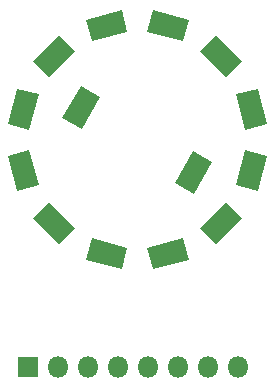
<source format=gts>
G04 #@! TF.FileFunction,Soldermask,Top*
%FSLAX46Y46*%
G04 Gerber Fmt 4.6, Leading zero omitted, Abs format (unit mm)*
G04 Created by KiCad (PCBNEW 4.0.2-stable) date 2019-03-27 10:39:04 PM*
%MOMM*%
G01*
G04 APERTURE LIST*
%ADD10C,0.200000*%
%ADD11R,1.800000X1.800000*%
%ADD12O,1.800000X1.800000*%
G04 APERTURE END LIST*
D10*
G36*
X47308693Y-46558799D02*
X46816937Y-44723540D01*
X49811307Y-43921201D01*
X50303063Y-45756460D01*
X47308693Y-46558799D01*
X47308693Y-46558799D01*
G37*
G36*
X43655736Y-49597767D02*
X42312233Y-48254264D01*
X44504264Y-46062233D01*
X45847767Y-47405736D01*
X43655736Y-49597767D01*
X43655736Y-49597767D01*
G37*
G36*
X42006460Y-54053063D02*
X40171201Y-53561307D01*
X40973540Y-50566937D01*
X42808799Y-51058693D01*
X42006460Y-54053063D01*
X42006460Y-54053063D01*
G37*
G36*
X40171201Y-56238693D02*
X42006460Y-55746937D01*
X42808799Y-58741307D01*
X40973540Y-59233063D01*
X40171201Y-56238693D01*
X40171201Y-56238693D01*
G37*
G36*
X42312233Y-61545736D02*
X43655736Y-60202233D01*
X45847767Y-62394264D01*
X44504264Y-63737767D01*
X42312233Y-61545736D01*
X42312233Y-61545736D01*
G37*
G36*
X46816937Y-65076460D02*
X47308693Y-63241201D01*
X50303063Y-64043540D01*
X49811307Y-65878799D01*
X46816937Y-65076460D01*
X46816937Y-65076460D01*
G37*
G36*
X55957724Y-59467339D02*
X54312276Y-58517339D01*
X55862276Y-55832661D01*
X57507724Y-56782661D01*
X55957724Y-59467339D01*
X55957724Y-59467339D01*
G37*
G36*
X46437724Y-53967339D02*
X44792276Y-53017339D01*
X46342276Y-50332661D01*
X47987724Y-51282661D01*
X46437724Y-53967339D01*
X46437724Y-53967339D01*
G37*
G36*
X51996937Y-45756460D02*
X52488693Y-43921201D01*
X55483063Y-44723540D01*
X54991307Y-46558799D01*
X51996937Y-45756460D01*
X51996937Y-45756460D01*
G37*
G36*
X56452233Y-47405736D02*
X57795736Y-46062233D01*
X59987767Y-48254264D01*
X58644264Y-49597767D01*
X56452233Y-47405736D01*
X56452233Y-47405736D01*
G37*
G36*
X59491201Y-51058693D02*
X61326460Y-50566937D01*
X62128799Y-53561307D01*
X60293540Y-54053063D01*
X59491201Y-51058693D01*
X59491201Y-51058693D01*
G37*
G36*
X61326460Y-59233063D02*
X59491201Y-58741307D01*
X60293540Y-55746937D01*
X62128799Y-56238693D01*
X61326460Y-59233063D01*
X61326460Y-59233063D01*
G37*
G36*
X57795736Y-63737767D02*
X56452233Y-62394264D01*
X58644264Y-60202233D01*
X59987767Y-61545736D01*
X57795736Y-63737767D01*
X57795736Y-63737767D01*
G37*
G36*
X52488693Y-65878799D02*
X51996937Y-64043540D01*
X54991307Y-63241201D01*
X55483063Y-65076460D01*
X52488693Y-65878799D01*
X52488693Y-65878799D01*
G37*
D11*
X41870000Y-74150000D03*
D12*
X44410000Y-74150000D03*
X46950000Y-74150000D03*
X49490000Y-74150000D03*
X52030000Y-74150000D03*
X54570000Y-74150000D03*
X57110000Y-74150000D03*
X59650000Y-74150000D03*
M02*

</source>
